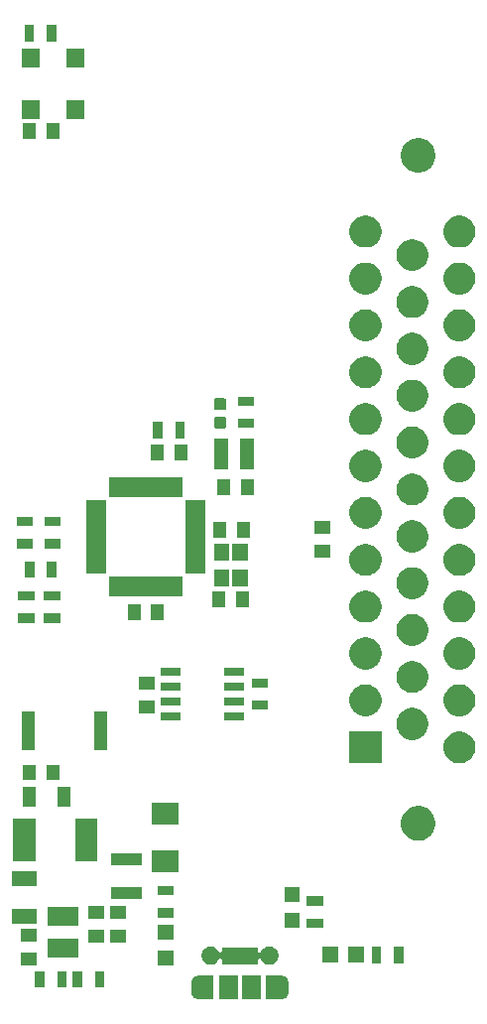
<source format=gbr>
G04 #@! TF.GenerationSoftware,KiCad,Pcbnew,5.0.0-fee4fd1~66~ubuntu16.04.1*
G04 #@! TF.CreationDate,2019-03-17T00:35:17-04:00*
G04 #@! TF.ProjectId,sensing_board,73656E73696E675F626F6172642E6B69,rev?*
G04 #@! TF.SameCoordinates,Original*
G04 #@! TF.FileFunction,Soldermask,Top*
G04 #@! TF.FilePolarity,Negative*
%FSLAX46Y46*%
G04 Gerber Fmt 4.6, Leading zero omitted, Abs format (unit mm)*
G04 Created by KiCad (PCBNEW 5.0.0-fee4fd1~66~ubuntu16.04.1) date Sun Mar 17 00:35:17 2019*
%MOMM*%
%LPD*%
G01*
G04 APERTURE LIST*
%ADD10C,0.100000*%
G04 APERTURE END LIST*
D10*
G36*
X197364422Y-135147478D02*
X197376674Y-135148080D01*
X198589560Y-135148080D01*
X198589560Y-137150080D01*
X197376674Y-137150080D01*
X197364422Y-137150682D01*
X197338560Y-137153229D01*
X197312698Y-137150682D01*
X197300446Y-137150080D01*
X197227153Y-137150080D01*
X197210395Y-137141123D01*
X197198852Y-137136993D01*
X197135678Y-137117829D01*
X197088227Y-137103435D01*
X196975136Y-137042986D01*
X196975134Y-137042985D01*
X196876007Y-136961633D01*
X196794655Y-136862505D01*
X196734206Y-136749413D01*
X196734205Y-136749412D01*
X196721797Y-136708506D01*
X196696980Y-136626697D01*
X196687560Y-136531052D01*
X196687560Y-135767107D01*
X196696980Y-135671462D01*
X196734205Y-135548748D01*
X196794656Y-135435654D01*
X196876008Y-135336527D01*
X196975135Y-135255175D01*
X197088229Y-135194725D01*
X197198855Y-135161167D01*
X197221484Y-135151794D01*
X197227042Y-135148080D01*
X197300446Y-135148080D01*
X197312698Y-135147478D01*
X197338560Y-135144931D01*
X197364422Y-135147478D01*
X197364422Y-135147478D01*
G37*
G36*
X204364422Y-135147478D02*
X204376674Y-135148080D01*
X204449965Y-135148080D01*
X204466725Y-135157038D01*
X204478255Y-135161164D01*
X204588891Y-135194725D01*
X204701985Y-135255175D01*
X204801113Y-135336527D01*
X204882465Y-135435654D01*
X204882466Y-135435656D01*
X204942915Y-135548747D01*
X204942916Y-135548750D01*
X204980140Y-135671462D01*
X204989560Y-135767107D01*
X204989560Y-136531053D01*
X204980140Y-136626698D01*
X204955323Y-136708507D01*
X204942915Y-136749413D01*
X204889379Y-136849571D01*
X204882465Y-136862506D01*
X204801113Y-136961633D01*
X204701986Y-137042985D01*
X204701984Y-137042986D01*
X204588893Y-137103435D01*
X204541442Y-137117829D01*
X204478271Y-137136992D01*
X204455636Y-137146368D01*
X204450080Y-137150080D01*
X204376674Y-137150080D01*
X204364422Y-137150682D01*
X204338560Y-137153229D01*
X204312698Y-137150682D01*
X204300446Y-137150080D01*
X203087560Y-137150080D01*
X203087560Y-135148080D01*
X204300446Y-135148080D01*
X204312698Y-135147478D01*
X204338560Y-135144931D01*
X204364422Y-135147478D01*
X204364422Y-135147478D01*
G37*
G36*
X200639560Y-137150080D02*
X199037560Y-137150080D01*
X199037560Y-135148080D01*
X200639560Y-135148080D01*
X200639560Y-137150080D01*
X200639560Y-137150080D01*
G37*
G36*
X202639560Y-137150080D02*
X201037560Y-137150080D01*
X201037560Y-135148080D01*
X202639560Y-135148080D01*
X202639560Y-137150080D01*
X202639560Y-137150080D01*
G37*
G36*
X186031000Y-136191000D02*
X185229000Y-136191000D01*
X185229000Y-134789000D01*
X186031000Y-134789000D01*
X186031000Y-136191000D01*
X186031000Y-136191000D01*
G37*
G36*
X187381000Y-136191000D02*
X186579000Y-136191000D01*
X186579000Y-134789000D01*
X187381000Y-134789000D01*
X187381000Y-136191000D01*
X187381000Y-136191000D01*
G37*
G36*
X189281000Y-136191000D02*
X188479000Y-136191000D01*
X188479000Y-134789000D01*
X189281000Y-134789000D01*
X189281000Y-136191000D01*
X189281000Y-136191000D01*
G37*
G36*
X184131000Y-136191000D02*
X183329000Y-136191000D01*
X183329000Y-134789000D01*
X184131000Y-134789000D01*
X184131000Y-136191000D01*
X184131000Y-136191000D01*
G37*
G36*
X195151000Y-134301000D02*
X193849000Y-134301000D01*
X193849000Y-132999000D01*
X195151000Y-132999000D01*
X195151000Y-134301000D01*
X195151000Y-134301000D01*
G37*
G36*
X183486000Y-134271000D02*
X182134000Y-134271000D01*
X182134000Y-133169000D01*
X183486000Y-133169000D01*
X183486000Y-134271000D01*
X183486000Y-134271000D01*
G37*
G36*
X198564909Y-132702900D02*
X198596903Y-132716153D01*
X198706134Y-132761397D01*
X198706135Y-132761398D01*
X198833234Y-132846323D01*
X198941317Y-132954406D01*
X198941319Y-132954409D01*
X199026243Y-133081506D01*
X199027261Y-133083964D01*
X199047075Y-133131800D01*
X199058627Y-133153411D01*
X199074172Y-133172353D01*
X199093114Y-133187898D01*
X199114725Y-133199449D01*
X199138174Y-133206562D01*
X199162560Y-133208964D01*
X199186947Y-133206562D01*
X199210396Y-133199449D01*
X199232007Y-133187897D01*
X199250949Y-133172352D01*
X199266494Y-133153410D01*
X199278045Y-133131799D01*
X199285158Y-133108350D01*
X199287560Y-133083964D01*
X199287560Y-132723080D01*
X202389560Y-132723080D01*
X202389560Y-133083964D01*
X202391962Y-133108350D01*
X202399075Y-133131799D01*
X202410626Y-133153410D01*
X202426172Y-133172352D01*
X202445114Y-133187898D01*
X202466725Y-133199449D01*
X202490174Y-133206562D01*
X202514560Y-133208964D01*
X202538946Y-133206562D01*
X202562395Y-133199449D01*
X202584006Y-133187898D01*
X202602948Y-133172352D01*
X202618494Y-133153410D01*
X202630045Y-133131800D01*
X202649859Y-133083964D01*
X202650877Y-133081506D01*
X202735801Y-132954409D01*
X202735803Y-132954406D01*
X202843886Y-132846323D01*
X202970985Y-132761398D01*
X202970986Y-132761397D01*
X203080217Y-132716153D01*
X203112211Y-132702900D01*
X203262129Y-132673080D01*
X203414991Y-132673080D01*
X203564909Y-132702900D01*
X203596903Y-132716153D01*
X203706134Y-132761397D01*
X203706135Y-132761398D01*
X203833234Y-132846323D01*
X203941317Y-132954406D01*
X203941319Y-132954409D01*
X204026243Y-133081506D01*
X204027261Y-133083964D01*
X204084740Y-133222731D01*
X204114560Y-133372649D01*
X204114560Y-133525511D01*
X204084740Y-133675429D01*
X204075096Y-133698711D01*
X204026243Y-133816654D01*
X204026242Y-133816655D01*
X203941317Y-133943754D01*
X203833234Y-134051837D01*
X203833231Y-134051839D01*
X203706134Y-134136763D01*
X203613628Y-134175080D01*
X203564909Y-134195260D01*
X203414991Y-134225080D01*
X203262129Y-134225080D01*
X203112211Y-134195260D01*
X203063492Y-134175080D01*
X202970986Y-134136763D01*
X202843889Y-134051839D01*
X202843886Y-134051837D01*
X202735803Y-133943754D01*
X202650878Y-133816655D01*
X202650877Y-133816654D01*
X202630044Y-133766358D01*
X202618493Y-133744749D01*
X202602948Y-133725807D01*
X202584006Y-133710262D01*
X202562395Y-133698711D01*
X202538946Y-133691598D01*
X202514560Y-133689196D01*
X202490173Y-133691598D01*
X202466724Y-133698711D01*
X202445113Y-133710263D01*
X202426171Y-133725808D01*
X202410626Y-133744750D01*
X202399075Y-133766361D01*
X202391962Y-133789810D01*
X202389560Y-133814196D01*
X202389560Y-134175080D01*
X199287560Y-134175080D01*
X199287560Y-133814196D01*
X199285158Y-133789810D01*
X199278045Y-133766361D01*
X199266494Y-133744750D01*
X199250948Y-133725808D01*
X199232006Y-133710262D01*
X199210395Y-133698711D01*
X199186946Y-133691598D01*
X199162560Y-133689196D01*
X199138174Y-133691598D01*
X199114725Y-133698711D01*
X199093114Y-133710262D01*
X199074172Y-133725808D01*
X199058626Y-133744750D01*
X199047076Y-133766358D01*
X199026243Y-133816654D01*
X199026242Y-133816655D01*
X198941317Y-133943754D01*
X198833234Y-134051837D01*
X198833231Y-134051839D01*
X198706134Y-134136763D01*
X198613628Y-134175080D01*
X198564909Y-134195260D01*
X198414991Y-134225080D01*
X198262129Y-134225080D01*
X198112211Y-134195260D01*
X198063492Y-134175080D01*
X197970986Y-134136763D01*
X197843889Y-134051839D01*
X197843886Y-134051837D01*
X197735803Y-133943754D01*
X197650878Y-133816655D01*
X197650877Y-133816654D01*
X197602024Y-133698711D01*
X197592380Y-133675429D01*
X197562560Y-133525511D01*
X197562560Y-133372649D01*
X197592380Y-133222731D01*
X197649859Y-133083964D01*
X197650877Y-133081506D01*
X197735801Y-132954409D01*
X197735803Y-132954406D01*
X197843886Y-132846323D01*
X197970985Y-132761398D01*
X197970986Y-132761397D01*
X198080217Y-132716153D01*
X198112211Y-132702900D01*
X198262129Y-132673080D01*
X198414991Y-132673080D01*
X198564909Y-132702900D01*
X198564909Y-132702900D01*
G37*
G36*
X214811000Y-134091000D02*
X214009000Y-134091000D01*
X214009000Y-132689000D01*
X214811000Y-132689000D01*
X214811000Y-134091000D01*
X214811000Y-134091000D01*
G37*
G36*
X212911000Y-134091000D02*
X212109000Y-134091000D01*
X212109000Y-132689000D01*
X212911000Y-132689000D01*
X212911000Y-134091000D01*
X212911000Y-134091000D01*
G37*
G36*
X211411000Y-134011000D02*
X210109000Y-134011000D01*
X210109000Y-132709000D01*
X211411000Y-132709000D01*
X211411000Y-134011000D01*
X211411000Y-134011000D01*
G37*
G36*
X209211000Y-134011000D02*
X207909000Y-134011000D01*
X207909000Y-132709000D01*
X209211000Y-132709000D01*
X209211000Y-134011000D01*
X209211000Y-134011000D01*
G37*
G36*
X187033020Y-133628540D02*
X184381020Y-133628540D01*
X184381020Y-131966540D01*
X187033020Y-131966540D01*
X187033020Y-133628540D01*
X187033020Y-133628540D01*
G37*
G36*
X191145520Y-132351600D02*
X189793520Y-132351600D01*
X189793520Y-131249600D01*
X191145520Y-131249600D01*
X191145520Y-132351600D01*
X191145520Y-132351600D01*
G37*
G36*
X189248140Y-132340680D02*
X187896140Y-132340680D01*
X187896140Y-131238680D01*
X189248140Y-131238680D01*
X189248140Y-132340680D01*
X189248140Y-132340680D01*
G37*
G36*
X183486000Y-132271000D02*
X182134000Y-132271000D01*
X182134000Y-131169000D01*
X183486000Y-131169000D01*
X183486000Y-132271000D01*
X183486000Y-132271000D01*
G37*
G36*
X195151000Y-132101000D02*
X193849000Y-132101000D01*
X193849000Y-130799000D01*
X195151000Y-130799000D01*
X195151000Y-132101000D01*
X195151000Y-132101000D01*
G37*
G36*
X205921000Y-131091000D02*
X204619000Y-131091000D01*
X204619000Y-129789000D01*
X205921000Y-129789000D01*
X205921000Y-131091000D01*
X205921000Y-131091000D01*
G37*
G36*
X207951000Y-131081000D02*
X206549000Y-131081000D01*
X206549000Y-130279000D01*
X207951000Y-130279000D01*
X207951000Y-131081000D01*
X207951000Y-131081000D01*
G37*
G36*
X187033020Y-130928540D02*
X184381020Y-130928540D01*
X184381020Y-129266540D01*
X187033020Y-129266540D01*
X187033020Y-130928540D01*
X187033020Y-130928540D01*
G37*
G36*
X183501000Y-130731000D02*
X181399000Y-130731000D01*
X181399000Y-129429000D01*
X183501000Y-129429000D01*
X183501000Y-130731000D01*
X183501000Y-130731000D01*
G37*
G36*
X191145520Y-130351600D02*
X189793520Y-130351600D01*
X189793520Y-129249600D01*
X191145520Y-129249600D01*
X191145520Y-130351600D01*
X191145520Y-130351600D01*
G37*
G36*
X189248140Y-130340680D02*
X187896140Y-130340680D01*
X187896140Y-129238680D01*
X189248140Y-129238680D01*
X189248140Y-130340680D01*
X189248140Y-130340680D01*
G37*
G36*
X195201000Y-130211000D02*
X193799000Y-130211000D01*
X193799000Y-129409000D01*
X195201000Y-129409000D01*
X195201000Y-130211000D01*
X195201000Y-130211000D01*
G37*
G36*
X207951000Y-129181000D02*
X206549000Y-129181000D01*
X206549000Y-128379000D01*
X207951000Y-128379000D01*
X207951000Y-129181000D01*
X207951000Y-129181000D01*
G37*
G36*
X205921000Y-128891000D02*
X204619000Y-128891000D01*
X204619000Y-127589000D01*
X205921000Y-127589000D01*
X205921000Y-128891000D01*
X205921000Y-128891000D01*
G37*
G36*
X192451000Y-128621000D02*
X189849000Y-128621000D01*
X189849000Y-127619000D01*
X192451000Y-127619000D01*
X192451000Y-128621000D01*
X192451000Y-128621000D01*
G37*
G36*
X195201000Y-128311000D02*
X193799000Y-128311000D01*
X193799000Y-127509000D01*
X195201000Y-127509000D01*
X195201000Y-128311000D01*
X195201000Y-128311000D01*
G37*
G36*
X183501000Y-127531000D02*
X181399000Y-127531000D01*
X181399000Y-126229000D01*
X183501000Y-126229000D01*
X183501000Y-127531000D01*
X183501000Y-127531000D01*
G37*
G36*
X195560500Y-126370000D02*
X193299500Y-126370000D01*
X193299500Y-124490000D01*
X195560500Y-124490000D01*
X195560500Y-126370000D01*
X195560500Y-126370000D01*
G37*
G36*
X192451000Y-125721000D02*
X189849000Y-125721000D01*
X189849000Y-124719000D01*
X192451000Y-124719000D01*
X192451000Y-125721000D01*
X192451000Y-125721000D01*
G37*
G36*
X183379040Y-125377080D02*
X181497040Y-125377080D01*
X181497040Y-121775080D01*
X183379040Y-121775080D01*
X183379040Y-125377080D01*
X183379040Y-125377080D01*
G37*
G36*
X188659040Y-125377080D02*
X186777040Y-125377080D01*
X186777040Y-121775080D01*
X188659040Y-121775080D01*
X188659040Y-125377080D01*
X188659040Y-125377080D01*
G37*
G36*
X216492211Y-120747241D02*
X216760829Y-120858506D01*
X217002578Y-121020038D01*
X217208162Y-121225622D01*
X217369694Y-121467371D01*
X217480959Y-121735989D01*
X217537680Y-122021145D01*
X217537680Y-122311895D01*
X217480959Y-122597051D01*
X217369694Y-122865669D01*
X217208162Y-123107418D01*
X217002578Y-123313002D01*
X216760829Y-123474534D01*
X216492211Y-123585799D01*
X216207055Y-123642520D01*
X215916305Y-123642520D01*
X215631149Y-123585799D01*
X215362531Y-123474534D01*
X215120782Y-123313002D01*
X214915198Y-123107418D01*
X214753666Y-122865669D01*
X214642401Y-122597051D01*
X214585680Y-122311895D01*
X214585680Y-122021145D01*
X214642401Y-121735989D01*
X214753666Y-121467371D01*
X214915198Y-121225622D01*
X215120782Y-121020038D01*
X215362531Y-120858506D01*
X215631149Y-120747241D01*
X215916305Y-120690520D01*
X216207055Y-120690520D01*
X216492211Y-120747241D01*
X216492211Y-120747241D01*
G37*
G36*
X195560500Y-122306000D02*
X193299500Y-122306000D01*
X193299500Y-120426000D01*
X195560500Y-120426000D01*
X195560500Y-122306000D01*
X195560500Y-122306000D01*
G37*
G36*
X186388960Y-120713600D02*
X185286960Y-120713600D01*
X185286960Y-119011600D01*
X186388960Y-119011600D01*
X186388960Y-120713600D01*
X186388960Y-120713600D01*
G37*
G36*
X183388960Y-120713600D02*
X182286960Y-120713600D01*
X182286960Y-119011600D01*
X183388960Y-119011600D01*
X183388960Y-120713600D01*
X183388960Y-120713600D01*
G37*
G36*
X185401000Y-118496000D02*
X184299000Y-118496000D01*
X184299000Y-117144000D01*
X185401000Y-117144000D01*
X185401000Y-118496000D01*
X185401000Y-118496000D01*
G37*
G36*
X183401000Y-118496000D02*
X182299000Y-118496000D01*
X182299000Y-117144000D01*
X183401000Y-117144000D01*
X183401000Y-118496000D01*
X183401000Y-118496000D01*
G37*
G36*
X219959395Y-114355418D02*
X219959397Y-114355419D01*
X219959398Y-114355419D01*
X220207539Y-114458202D01*
X220207540Y-114458203D01*
X220430863Y-114607423D01*
X220620777Y-114797337D01*
X220620779Y-114797340D01*
X220769998Y-115020661D01*
X220872781Y-115268802D01*
X220872782Y-115268805D01*
X220925180Y-115532226D01*
X220925180Y-115800814D01*
X220896822Y-115943380D01*
X220872781Y-116064238D01*
X220769998Y-116312379D01*
X220769997Y-116312380D01*
X220620777Y-116535703D01*
X220430863Y-116725617D01*
X220430860Y-116725619D01*
X220207539Y-116874838D01*
X219959398Y-116977621D01*
X219959397Y-116977621D01*
X219959395Y-116977622D01*
X219695974Y-117030020D01*
X219427386Y-117030020D01*
X219163965Y-116977622D01*
X219163963Y-116977621D01*
X219163962Y-116977621D01*
X218915821Y-116874838D01*
X218692500Y-116725619D01*
X218692497Y-116725617D01*
X218502583Y-116535703D01*
X218353363Y-116312380D01*
X218353362Y-116312379D01*
X218250579Y-116064238D01*
X218226539Y-115943380D01*
X218198180Y-115800814D01*
X218198180Y-115532226D01*
X218250578Y-115268805D01*
X218250579Y-115268802D01*
X218353362Y-115020661D01*
X218502581Y-114797340D01*
X218502583Y-114797337D01*
X218692497Y-114607423D01*
X218915820Y-114458203D01*
X218915821Y-114458202D01*
X219163962Y-114355419D01*
X219163963Y-114355419D01*
X219163965Y-114355418D01*
X219427386Y-114303020D01*
X219695974Y-114303020D01*
X219959395Y-114355418D01*
X219959395Y-114355418D01*
G37*
G36*
X212925180Y-117030020D02*
X210198180Y-117030020D01*
X210198180Y-114303020D01*
X212925180Y-114303020D01*
X212925180Y-117030020D01*
X212925180Y-117030020D01*
G37*
G36*
X189502800Y-115943380D02*
X188400800Y-115943380D01*
X188400800Y-112641380D01*
X189502800Y-112641380D01*
X189502800Y-115943380D01*
X189502800Y-115943380D01*
G37*
G36*
X183302800Y-115943380D02*
X182200800Y-115943380D01*
X182200800Y-112641380D01*
X183302800Y-112641380D01*
X183302800Y-115943380D01*
X183302800Y-115943380D01*
G37*
G36*
X215959395Y-112355418D02*
X215959397Y-112355419D01*
X215959398Y-112355419D01*
X216207539Y-112458202D01*
X216207540Y-112458203D01*
X216430863Y-112607423D01*
X216620777Y-112797337D01*
X216620779Y-112797340D01*
X216769998Y-113020661D01*
X216872781Y-113268802D01*
X216925180Y-113532227D01*
X216925180Y-113800813D01*
X216872781Y-114064238D01*
X216769998Y-114312379D01*
X216769997Y-114312380D01*
X216620777Y-114535703D01*
X216430863Y-114725617D01*
X216430860Y-114725619D01*
X216207539Y-114874838D01*
X215959398Y-114977621D01*
X215959397Y-114977621D01*
X215959395Y-114977622D01*
X215695974Y-115030020D01*
X215427386Y-115030020D01*
X215163965Y-114977622D01*
X215163963Y-114977621D01*
X215163962Y-114977621D01*
X214915821Y-114874838D01*
X214692500Y-114725619D01*
X214692497Y-114725617D01*
X214502583Y-114535703D01*
X214353363Y-114312380D01*
X214353362Y-114312379D01*
X214250579Y-114064238D01*
X214198180Y-113800813D01*
X214198180Y-113532227D01*
X214250579Y-113268802D01*
X214353362Y-113020661D01*
X214502581Y-112797340D01*
X214502583Y-112797337D01*
X214692497Y-112607423D01*
X214915820Y-112458203D01*
X214915821Y-112458202D01*
X215163962Y-112355419D01*
X215163963Y-112355419D01*
X215163965Y-112355418D01*
X215427386Y-112303020D01*
X215695974Y-112303020D01*
X215959395Y-112355418D01*
X215959395Y-112355418D01*
G37*
G36*
X201166400Y-113395600D02*
X199514400Y-113395600D01*
X199514400Y-112693600D01*
X201166400Y-112693600D01*
X201166400Y-113395600D01*
X201166400Y-113395600D01*
G37*
G36*
X195766400Y-113395600D02*
X194114400Y-113395600D01*
X194114400Y-112693600D01*
X195766400Y-112693600D01*
X195766400Y-113395600D01*
X195766400Y-113395600D01*
G37*
G36*
X211959395Y-110355418D02*
X211959397Y-110355419D01*
X211959398Y-110355419D01*
X212207539Y-110458202D01*
X212207540Y-110458203D01*
X212430863Y-110607423D01*
X212620777Y-110797337D01*
X212620779Y-110797340D01*
X212769998Y-111020661D01*
X212872781Y-111268802D01*
X212925180Y-111532227D01*
X212925180Y-111800813D01*
X212872781Y-112064238D01*
X212769998Y-112312379D01*
X212769997Y-112312380D01*
X212620777Y-112535703D01*
X212430863Y-112725617D01*
X212430860Y-112725619D01*
X212207539Y-112874838D01*
X211959398Y-112977621D01*
X211959397Y-112977621D01*
X211959395Y-112977622D01*
X211695974Y-113030020D01*
X211427386Y-113030020D01*
X211163965Y-112977622D01*
X211163963Y-112977621D01*
X211163962Y-112977621D01*
X210915821Y-112874838D01*
X210692500Y-112725619D01*
X210692497Y-112725617D01*
X210502583Y-112535703D01*
X210353363Y-112312380D01*
X210353362Y-112312379D01*
X210250579Y-112064238D01*
X210198180Y-111800813D01*
X210198180Y-111532227D01*
X210250579Y-111268802D01*
X210353362Y-111020661D01*
X210502581Y-110797340D01*
X210502583Y-110797337D01*
X210692497Y-110607423D01*
X210915820Y-110458203D01*
X210915821Y-110458202D01*
X211163962Y-110355419D01*
X211163963Y-110355419D01*
X211163965Y-110355418D01*
X211427386Y-110303020D01*
X211695974Y-110303020D01*
X211959395Y-110355418D01*
X211959395Y-110355418D01*
G37*
G36*
X219959395Y-110355418D02*
X219959397Y-110355419D01*
X219959398Y-110355419D01*
X220207539Y-110458202D01*
X220207540Y-110458203D01*
X220430863Y-110607423D01*
X220620777Y-110797337D01*
X220620779Y-110797340D01*
X220769998Y-111020661D01*
X220872781Y-111268802D01*
X220925180Y-111532227D01*
X220925180Y-111800813D01*
X220872781Y-112064238D01*
X220769998Y-112312379D01*
X220769997Y-112312380D01*
X220620777Y-112535703D01*
X220430863Y-112725617D01*
X220430860Y-112725619D01*
X220207539Y-112874838D01*
X219959398Y-112977621D01*
X219959397Y-112977621D01*
X219959395Y-112977622D01*
X219695974Y-113030020D01*
X219427386Y-113030020D01*
X219163965Y-112977622D01*
X219163963Y-112977621D01*
X219163962Y-112977621D01*
X218915821Y-112874838D01*
X218692500Y-112725619D01*
X218692497Y-112725617D01*
X218502583Y-112535703D01*
X218353363Y-112312380D01*
X218353362Y-112312379D01*
X218250579Y-112064238D01*
X218198180Y-111800813D01*
X218198180Y-111532227D01*
X218250579Y-111268802D01*
X218353362Y-111020661D01*
X218502581Y-110797340D01*
X218502583Y-110797337D01*
X218692497Y-110607423D01*
X218915820Y-110458203D01*
X218915821Y-110458202D01*
X219163962Y-110355419D01*
X219163963Y-110355419D01*
X219163965Y-110355418D01*
X219427386Y-110303020D01*
X219695974Y-110303020D01*
X219959395Y-110355418D01*
X219959395Y-110355418D01*
G37*
G36*
X193526000Y-112771000D02*
X192174000Y-112771000D01*
X192174000Y-111669000D01*
X193526000Y-111669000D01*
X193526000Y-112771000D01*
X193526000Y-112771000D01*
G37*
G36*
X203248680Y-112480440D02*
X201846680Y-112480440D01*
X201846680Y-111678440D01*
X203248680Y-111678440D01*
X203248680Y-112480440D01*
X203248680Y-112480440D01*
G37*
G36*
X195766400Y-112125600D02*
X194114400Y-112125600D01*
X194114400Y-111423600D01*
X195766400Y-111423600D01*
X195766400Y-112125600D01*
X195766400Y-112125600D01*
G37*
G36*
X201166400Y-112125600D02*
X199514400Y-112125600D01*
X199514400Y-111423600D01*
X201166400Y-111423600D01*
X201166400Y-112125600D01*
X201166400Y-112125600D01*
G37*
G36*
X215959395Y-108355418D02*
X215959397Y-108355419D01*
X215959398Y-108355419D01*
X216207539Y-108458202D01*
X216207540Y-108458203D01*
X216430863Y-108607423D01*
X216620777Y-108797337D01*
X216620779Y-108797340D01*
X216769998Y-109020661D01*
X216872781Y-109268802D01*
X216925180Y-109532227D01*
X216925180Y-109800813D01*
X216872781Y-110064238D01*
X216769998Y-110312379D01*
X216769997Y-110312380D01*
X216620777Y-110535703D01*
X216430863Y-110725617D01*
X216430860Y-110725619D01*
X216207539Y-110874838D01*
X215959398Y-110977621D01*
X215959397Y-110977621D01*
X215959395Y-110977622D01*
X215695974Y-111030020D01*
X215427386Y-111030020D01*
X215163965Y-110977622D01*
X215163963Y-110977621D01*
X215163962Y-110977621D01*
X214915821Y-110874838D01*
X214692500Y-110725619D01*
X214692497Y-110725617D01*
X214502583Y-110535703D01*
X214353363Y-110312380D01*
X214353362Y-110312379D01*
X214250579Y-110064238D01*
X214198180Y-109800813D01*
X214198180Y-109532227D01*
X214250579Y-109268802D01*
X214353362Y-109020661D01*
X214502581Y-108797340D01*
X214502583Y-108797337D01*
X214692497Y-108607423D01*
X214915820Y-108458203D01*
X214915821Y-108458202D01*
X215163962Y-108355419D01*
X215163963Y-108355419D01*
X215163965Y-108355418D01*
X215427386Y-108303020D01*
X215695974Y-108303020D01*
X215959395Y-108355418D01*
X215959395Y-108355418D01*
G37*
G36*
X195766400Y-110855600D02*
X194114400Y-110855600D01*
X194114400Y-110153600D01*
X195766400Y-110153600D01*
X195766400Y-110855600D01*
X195766400Y-110855600D01*
G37*
G36*
X201166400Y-110855600D02*
X199514400Y-110855600D01*
X199514400Y-110153600D01*
X201166400Y-110153600D01*
X201166400Y-110855600D01*
X201166400Y-110855600D01*
G37*
G36*
X193526000Y-110771000D02*
X192174000Y-110771000D01*
X192174000Y-109669000D01*
X193526000Y-109669000D01*
X193526000Y-110771000D01*
X193526000Y-110771000D01*
G37*
G36*
X203248680Y-110580440D02*
X201846680Y-110580440D01*
X201846680Y-109778440D01*
X203248680Y-109778440D01*
X203248680Y-110580440D01*
X203248680Y-110580440D01*
G37*
G36*
X195766400Y-109585600D02*
X194114400Y-109585600D01*
X194114400Y-108883600D01*
X195766400Y-108883600D01*
X195766400Y-109585600D01*
X195766400Y-109585600D01*
G37*
G36*
X201166400Y-109585600D02*
X199514400Y-109585600D01*
X199514400Y-108883600D01*
X201166400Y-108883600D01*
X201166400Y-109585600D01*
X201166400Y-109585600D01*
G37*
G36*
X219959395Y-106355418D02*
X219959397Y-106355419D01*
X219959398Y-106355419D01*
X220207539Y-106458202D01*
X220207540Y-106458203D01*
X220430863Y-106607423D01*
X220620777Y-106797337D01*
X220620779Y-106797340D01*
X220769998Y-107020661D01*
X220872781Y-107268802D01*
X220925180Y-107532227D01*
X220925180Y-107800813D01*
X220872781Y-108064238D01*
X220769998Y-108312379D01*
X220769997Y-108312380D01*
X220620777Y-108535703D01*
X220430863Y-108725617D01*
X220430860Y-108725619D01*
X220207539Y-108874838D01*
X219959398Y-108977621D01*
X219959397Y-108977621D01*
X219959395Y-108977622D01*
X219695974Y-109030020D01*
X219427386Y-109030020D01*
X219163965Y-108977622D01*
X219163963Y-108977621D01*
X219163962Y-108977621D01*
X218915821Y-108874838D01*
X218692500Y-108725619D01*
X218692497Y-108725617D01*
X218502583Y-108535703D01*
X218353363Y-108312380D01*
X218353362Y-108312379D01*
X218250579Y-108064238D01*
X218198180Y-107800813D01*
X218198180Y-107532227D01*
X218250579Y-107268802D01*
X218353362Y-107020661D01*
X218502581Y-106797340D01*
X218502583Y-106797337D01*
X218692497Y-106607423D01*
X218915820Y-106458203D01*
X218915821Y-106458202D01*
X219163962Y-106355419D01*
X219163963Y-106355419D01*
X219163965Y-106355418D01*
X219427386Y-106303020D01*
X219695974Y-106303020D01*
X219959395Y-106355418D01*
X219959395Y-106355418D01*
G37*
G36*
X211959395Y-106355418D02*
X211959397Y-106355419D01*
X211959398Y-106355419D01*
X212207539Y-106458202D01*
X212207540Y-106458203D01*
X212430863Y-106607423D01*
X212620777Y-106797337D01*
X212620779Y-106797340D01*
X212769998Y-107020661D01*
X212872781Y-107268802D01*
X212925180Y-107532227D01*
X212925180Y-107800813D01*
X212872781Y-108064238D01*
X212769998Y-108312379D01*
X212769997Y-108312380D01*
X212620777Y-108535703D01*
X212430863Y-108725617D01*
X212430860Y-108725619D01*
X212207539Y-108874838D01*
X211959398Y-108977621D01*
X211959397Y-108977621D01*
X211959395Y-108977622D01*
X211695974Y-109030020D01*
X211427386Y-109030020D01*
X211163965Y-108977622D01*
X211163963Y-108977621D01*
X211163962Y-108977621D01*
X210915821Y-108874838D01*
X210692500Y-108725619D01*
X210692497Y-108725617D01*
X210502583Y-108535703D01*
X210353363Y-108312380D01*
X210353362Y-108312379D01*
X210250579Y-108064238D01*
X210198180Y-107800813D01*
X210198180Y-107532227D01*
X210250579Y-107268802D01*
X210353362Y-107020661D01*
X210502581Y-106797340D01*
X210502583Y-106797337D01*
X210692497Y-106607423D01*
X210915820Y-106458203D01*
X210915821Y-106458202D01*
X211163962Y-106355419D01*
X211163963Y-106355419D01*
X211163965Y-106355418D01*
X211427386Y-106303020D01*
X211695974Y-106303020D01*
X211959395Y-106355418D01*
X211959395Y-106355418D01*
G37*
G36*
X215959395Y-104355418D02*
X215959397Y-104355419D01*
X215959398Y-104355419D01*
X216207539Y-104458202D01*
X216207540Y-104458203D01*
X216430863Y-104607423D01*
X216620777Y-104797337D01*
X216620779Y-104797340D01*
X216769998Y-105020661D01*
X216872781Y-105268802D01*
X216925180Y-105532227D01*
X216925180Y-105800813D01*
X216872781Y-106064238D01*
X216769998Y-106312379D01*
X216769997Y-106312380D01*
X216620777Y-106535703D01*
X216430863Y-106725617D01*
X216430860Y-106725619D01*
X216207539Y-106874838D01*
X215959398Y-106977621D01*
X215959397Y-106977621D01*
X215959395Y-106977622D01*
X215695974Y-107030020D01*
X215427386Y-107030020D01*
X215163965Y-106977622D01*
X215163963Y-106977621D01*
X215163962Y-106977621D01*
X214915821Y-106874838D01*
X214692500Y-106725619D01*
X214692497Y-106725617D01*
X214502583Y-106535703D01*
X214353363Y-106312380D01*
X214353362Y-106312379D01*
X214250579Y-106064238D01*
X214198180Y-105800813D01*
X214198180Y-105532227D01*
X214250579Y-105268802D01*
X214353362Y-105020661D01*
X214502581Y-104797340D01*
X214502583Y-104797337D01*
X214692497Y-104607423D01*
X214915820Y-104458203D01*
X214915821Y-104458202D01*
X215163962Y-104355419D01*
X215163963Y-104355419D01*
X215163965Y-104355418D01*
X215427386Y-104303020D01*
X215695974Y-104303020D01*
X215959395Y-104355418D01*
X215959395Y-104355418D01*
G37*
G36*
X185511000Y-105071000D02*
X184109000Y-105071000D01*
X184109000Y-104269000D01*
X185511000Y-104269000D01*
X185511000Y-105071000D01*
X185511000Y-105071000D01*
G37*
G36*
X183311000Y-105071000D02*
X181909000Y-105071000D01*
X181909000Y-104269000D01*
X183311000Y-104269000D01*
X183311000Y-105071000D01*
X183311000Y-105071000D01*
G37*
G36*
X219959395Y-102355418D02*
X219959397Y-102355419D01*
X219959398Y-102355419D01*
X220207539Y-102458202D01*
X220207540Y-102458203D01*
X220430863Y-102607423D01*
X220620777Y-102797337D01*
X220620779Y-102797340D01*
X220769998Y-103020661D01*
X220872781Y-103268802D01*
X220925180Y-103532227D01*
X220925180Y-103800813D01*
X220872781Y-104064238D01*
X220769998Y-104312379D01*
X220769997Y-104312380D01*
X220620777Y-104535703D01*
X220430863Y-104725617D01*
X220430860Y-104725619D01*
X220207539Y-104874838D01*
X219959398Y-104977621D01*
X219959397Y-104977621D01*
X219959395Y-104977622D01*
X219695974Y-105030020D01*
X219427386Y-105030020D01*
X219163965Y-104977622D01*
X219163963Y-104977621D01*
X219163962Y-104977621D01*
X218915821Y-104874838D01*
X218692500Y-104725619D01*
X218692497Y-104725617D01*
X218502583Y-104535703D01*
X218353363Y-104312380D01*
X218353362Y-104312379D01*
X218250579Y-104064238D01*
X218198180Y-103800813D01*
X218198180Y-103532227D01*
X218250579Y-103268802D01*
X218353362Y-103020661D01*
X218502581Y-102797340D01*
X218502583Y-102797337D01*
X218692497Y-102607423D01*
X218915820Y-102458203D01*
X218915821Y-102458202D01*
X219163962Y-102355419D01*
X219163963Y-102355419D01*
X219163965Y-102355418D01*
X219427386Y-102303020D01*
X219695974Y-102303020D01*
X219959395Y-102355418D01*
X219959395Y-102355418D01*
G37*
G36*
X211959395Y-102355418D02*
X211959397Y-102355419D01*
X211959398Y-102355419D01*
X212207539Y-102458202D01*
X212207540Y-102458203D01*
X212430863Y-102607423D01*
X212620777Y-102797337D01*
X212620779Y-102797340D01*
X212769998Y-103020661D01*
X212872781Y-103268802D01*
X212925180Y-103532227D01*
X212925180Y-103800813D01*
X212872781Y-104064238D01*
X212769998Y-104312379D01*
X212769997Y-104312380D01*
X212620777Y-104535703D01*
X212430863Y-104725617D01*
X212430860Y-104725619D01*
X212207539Y-104874838D01*
X211959398Y-104977621D01*
X211959397Y-104977621D01*
X211959395Y-104977622D01*
X211695974Y-105030020D01*
X211427386Y-105030020D01*
X211163965Y-104977622D01*
X211163963Y-104977621D01*
X211163962Y-104977621D01*
X210915821Y-104874838D01*
X210692500Y-104725619D01*
X210692497Y-104725617D01*
X210502583Y-104535703D01*
X210353363Y-104312380D01*
X210353362Y-104312379D01*
X210250579Y-104064238D01*
X210198180Y-103800813D01*
X210198180Y-103532227D01*
X210250579Y-103268802D01*
X210353362Y-103020661D01*
X210502581Y-102797340D01*
X210502583Y-102797337D01*
X210692497Y-102607423D01*
X210915820Y-102458203D01*
X210915821Y-102458202D01*
X211163962Y-102355419D01*
X211163963Y-102355419D01*
X211163965Y-102355418D01*
X211427386Y-102303020D01*
X211695974Y-102303020D01*
X211959395Y-102355418D01*
X211959395Y-102355418D01*
G37*
G36*
X192362760Y-104835200D02*
X191260760Y-104835200D01*
X191260760Y-103483200D01*
X192362760Y-103483200D01*
X192362760Y-104835200D01*
X192362760Y-104835200D01*
G37*
G36*
X194362760Y-104835200D02*
X193260760Y-104835200D01*
X193260760Y-103483200D01*
X194362760Y-103483200D01*
X194362760Y-104835200D01*
X194362760Y-104835200D01*
G37*
G36*
X199601000Y-103716000D02*
X198499000Y-103716000D01*
X198499000Y-102364000D01*
X199601000Y-102364000D01*
X199601000Y-103716000D01*
X199601000Y-103716000D01*
G37*
G36*
X201601000Y-103716000D02*
X200499000Y-103716000D01*
X200499000Y-102364000D01*
X201601000Y-102364000D01*
X201601000Y-103716000D01*
X201601000Y-103716000D01*
G37*
G36*
X185511000Y-103171000D02*
X184109000Y-103171000D01*
X184109000Y-102369000D01*
X185511000Y-102369000D01*
X185511000Y-103171000D01*
X185511000Y-103171000D01*
G37*
G36*
X183311000Y-103171000D02*
X181909000Y-103171000D01*
X181909000Y-102369000D01*
X183311000Y-102369000D01*
X183311000Y-103171000D01*
X183311000Y-103171000D01*
G37*
G36*
X215959395Y-100355418D02*
X215959397Y-100355419D01*
X215959398Y-100355419D01*
X216207539Y-100458202D01*
X216207540Y-100458203D01*
X216430863Y-100607423D01*
X216620777Y-100797337D01*
X216620779Y-100797340D01*
X216769998Y-101020661D01*
X216872781Y-101268802D01*
X216925180Y-101532227D01*
X216925180Y-101800813D01*
X216872781Y-102064238D01*
X216769998Y-102312379D01*
X216769997Y-102312380D01*
X216620777Y-102535703D01*
X216430863Y-102725617D01*
X216430860Y-102725619D01*
X216207539Y-102874838D01*
X215959398Y-102977621D01*
X215959397Y-102977621D01*
X215959395Y-102977622D01*
X215695974Y-103030020D01*
X215427386Y-103030020D01*
X215163965Y-102977622D01*
X215163963Y-102977621D01*
X215163962Y-102977621D01*
X214915821Y-102874838D01*
X214692500Y-102725619D01*
X214692497Y-102725617D01*
X214502583Y-102535703D01*
X214353363Y-102312380D01*
X214353362Y-102312379D01*
X214250579Y-102064238D01*
X214198180Y-101800813D01*
X214198180Y-101532227D01*
X214250579Y-101268802D01*
X214353362Y-101020661D01*
X214502581Y-100797340D01*
X214502583Y-100797337D01*
X214692497Y-100607423D01*
X214915820Y-100458203D01*
X214915821Y-100458202D01*
X215163962Y-100355419D01*
X215163963Y-100355419D01*
X215163965Y-100355418D01*
X215427386Y-100303020D01*
X215695974Y-100303020D01*
X215959395Y-100355418D01*
X215959395Y-100355418D01*
G37*
G36*
X195923280Y-102813680D02*
X189671280Y-102813680D01*
X189671280Y-101111680D01*
X195923280Y-101111680D01*
X195923280Y-102813680D01*
X195923280Y-102813680D01*
G37*
G36*
X201510240Y-101968880D02*
X200208240Y-101968880D01*
X200208240Y-100466880D01*
X201510240Y-100466880D01*
X201510240Y-101968880D01*
X201510240Y-101968880D01*
G37*
G36*
X199910240Y-101968880D02*
X198608240Y-101968880D01*
X198608240Y-100466880D01*
X199910240Y-100466880D01*
X199910240Y-101968880D01*
X199910240Y-101968880D01*
G37*
G36*
X185181000Y-101201000D02*
X184379000Y-101201000D01*
X184379000Y-99799000D01*
X185181000Y-99799000D01*
X185181000Y-101201000D01*
X185181000Y-101201000D01*
G37*
G36*
X183281000Y-101201000D02*
X182479000Y-101201000D01*
X182479000Y-99799000D01*
X183281000Y-99799000D01*
X183281000Y-101201000D01*
X183281000Y-101201000D01*
G37*
G36*
X211959395Y-98355418D02*
X211959397Y-98355419D01*
X211959398Y-98355419D01*
X212207539Y-98458202D01*
X212207540Y-98458203D01*
X212430863Y-98607423D01*
X212620777Y-98797337D01*
X212620779Y-98797340D01*
X212769998Y-99020661D01*
X212872781Y-99268802D01*
X212925180Y-99532227D01*
X212925180Y-99800813D01*
X212872781Y-100064238D01*
X212769998Y-100312379D01*
X212769997Y-100312380D01*
X212620777Y-100535703D01*
X212430863Y-100725617D01*
X212430860Y-100725619D01*
X212207539Y-100874838D01*
X211959398Y-100977621D01*
X211959397Y-100977621D01*
X211959395Y-100977622D01*
X211695974Y-101030020D01*
X211427386Y-101030020D01*
X211163965Y-100977622D01*
X211163963Y-100977621D01*
X211163962Y-100977621D01*
X210915821Y-100874838D01*
X210692500Y-100725619D01*
X210692497Y-100725617D01*
X210502583Y-100535703D01*
X210353363Y-100312380D01*
X210353362Y-100312379D01*
X210250579Y-100064238D01*
X210198180Y-99800813D01*
X210198180Y-99532227D01*
X210250579Y-99268802D01*
X210353362Y-99020661D01*
X210502581Y-98797340D01*
X210502583Y-98797337D01*
X210692497Y-98607423D01*
X210915820Y-98458203D01*
X210915821Y-98458202D01*
X211163962Y-98355419D01*
X211163963Y-98355419D01*
X211163965Y-98355418D01*
X211427386Y-98303020D01*
X211695974Y-98303020D01*
X211959395Y-98355418D01*
X211959395Y-98355418D01*
G37*
G36*
X219959395Y-98355418D02*
X219959397Y-98355419D01*
X219959398Y-98355419D01*
X220207539Y-98458202D01*
X220207540Y-98458203D01*
X220430863Y-98607423D01*
X220620777Y-98797337D01*
X220620779Y-98797340D01*
X220769998Y-99020661D01*
X220872781Y-99268802D01*
X220925180Y-99532227D01*
X220925180Y-99800813D01*
X220872781Y-100064238D01*
X220769998Y-100312379D01*
X220769997Y-100312380D01*
X220620777Y-100535703D01*
X220430863Y-100725617D01*
X220430860Y-100725619D01*
X220207539Y-100874838D01*
X219959398Y-100977621D01*
X219959397Y-100977621D01*
X219959395Y-100977622D01*
X219695974Y-101030020D01*
X219427386Y-101030020D01*
X219163965Y-100977622D01*
X219163963Y-100977621D01*
X219163962Y-100977621D01*
X218915821Y-100874838D01*
X218692500Y-100725619D01*
X218692497Y-100725617D01*
X218502583Y-100535703D01*
X218353363Y-100312380D01*
X218353362Y-100312379D01*
X218250579Y-100064238D01*
X218198180Y-99800813D01*
X218198180Y-99532227D01*
X218250579Y-99268802D01*
X218353362Y-99020661D01*
X218502581Y-98797340D01*
X218502583Y-98797337D01*
X218692497Y-98607423D01*
X218915820Y-98458203D01*
X218915821Y-98458202D01*
X219163962Y-98355419D01*
X219163963Y-98355419D01*
X219163965Y-98355418D01*
X219427386Y-98303020D01*
X219695974Y-98303020D01*
X219959395Y-98355418D01*
X219959395Y-98355418D01*
G37*
G36*
X197898280Y-100838680D02*
X196196280Y-100838680D01*
X196196280Y-94586680D01*
X197898280Y-94586680D01*
X197898280Y-100838680D01*
X197898280Y-100838680D01*
G37*
G36*
X189398280Y-100838680D02*
X187696280Y-100838680D01*
X187696280Y-94586680D01*
X189398280Y-94586680D01*
X189398280Y-100838680D01*
X189398280Y-100838680D01*
G37*
G36*
X199910240Y-99768880D02*
X198608240Y-99768880D01*
X198608240Y-98266880D01*
X199910240Y-98266880D01*
X199910240Y-99768880D01*
X199910240Y-99768880D01*
G37*
G36*
X201510240Y-99768880D02*
X200208240Y-99768880D01*
X200208240Y-98266880D01*
X201510240Y-98266880D01*
X201510240Y-99768880D01*
X201510240Y-99768880D01*
G37*
G36*
X208526000Y-99451000D02*
X207174000Y-99451000D01*
X207174000Y-98349000D01*
X208526000Y-98349000D01*
X208526000Y-99451000D01*
X208526000Y-99451000D01*
G37*
G36*
X215959395Y-96355418D02*
X215959397Y-96355419D01*
X215959398Y-96355419D01*
X216207539Y-96458202D01*
X216207540Y-96458203D01*
X216430863Y-96607423D01*
X216620777Y-96797337D01*
X216620779Y-96797340D01*
X216769998Y-97020661D01*
X216872781Y-97268802D01*
X216872782Y-97268805D01*
X216925180Y-97532226D01*
X216925180Y-97800814D01*
X216907639Y-97889000D01*
X216872781Y-98064238D01*
X216769998Y-98312379D01*
X216741240Y-98355418D01*
X216620777Y-98535703D01*
X216430863Y-98725617D01*
X216430860Y-98725619D01*
X216207539Y-98874838D01*
X215959398Y-98977621D01*
X215959397Y-98977621D01*
X215959395Y-98977622D01*
X215695974Y-99030020D01*
X215427386Y-99030020D01*
X215163965Y-98977622D01*
X215163963Y-98977621D01*
X215163962Y-98977621D01*
X214915821Y-98874838D01*
X214692500Y-98725619D01*
X214692497Y-98725617D01*
X214502583Y-98535703D01*
X214382120Y-98355418D01*
X214353362Y-98312379D01*
X214250579Y-98064238D01*
X214215722Y-97889000D01*
X214198180Y-97800814D01*
X214198180Y-97532226D01*
X214250578Y-97268805D01*
X214250579Y-97268802D01*
X214353362Y-97020661D01*
X214502581Y-96797340D01*
X214502583Y-96797337D01*
X214692497Y-96607423D01*
X214915820Y-96458203D01*
X214915821Y-96458202D01*
X215163962Y-96355419D01*
X215163963Y-96355419D01*
X215163965Y-96355418D01*
X215427386Y-96303020D01*
X215695974Y-96303020D01*
X215959395Y-96355418D01*
X215959395Y-96355418D01*
G37*
G36*
X183161000Y-98691000D02*
X181759000Y-98691000D01*
X181759000Y-97889000D01*
X183161000Y-97889000D01*
X183161000Y-98691000D01*
X183161000Y-98691000D01*
G37*
G36*
X185540920Y-98690960D02*
X184138920Y-98690960D01*
X184138920Y-97888960D01*
X185540920Y-97888960D01*
X185540920Y-98690960D01*
X185540920Y-98690960D01*
G37*
G36*
X199701000Y-97786000D02*
X198599000Y-97786000D01*
X198599000Y-96434000D01*
X199701000Y-96434000D01*
X199701000Y-97786000D01*
X199701000Y-97786000D01*
G37*
G36*
X201701000Y-97786000D02*
X200599000Y-97786000D01*
X200599000Y-96434000D01*
X201701000Y-96434000D01*
X201701000Y-97786000D01*
X201701000Y-97786000D01*
G37*
G36*
X208526000Y-97451000D02*
X207174000Y-97451000D01*
X207174000Y-96349000D01*
X208526000Y-96349000D01*
X208526000Y-97451000D01*
X208526000Y-97451000D01*
G37*
G36*
X219959395Y-94355418D02*
X219959397Y-94355419D01*
X219959398Y-94355419D01*
X220207539Y-94458202D01*
X220207540Y-94458203D01*
X220430863Y-94607423D01*
X220620777Y-94797337D01*
X220620779Y-94797340D01*
X220769998Y-95020661D01*
X220872781Y-95268802D01*
X220925180Y-95532227D01*
X220925180Y-95800813D01*
X220872781Y-96064238D01*
X220769998Y-96312379D01*
X220741240Y-96355418D01*
X220620777Y-96535703D01*
X220430863Y-96725617D01*
X220430860Y-96725619D01*
X220207539Y-96874838D01*
X219959398Y-96977621D01*
X219959397Y-96977621D01*
X219959395Y-96977622D01*
X219695974Y-97030020D01*
X219427386Y-97030020D01*
X219163965Y-96977622D01*
X219163963Y-96977621D01*
X219163962Y-96977621D01*
X218915821Y-96874838D01*
X218692500Y-96725619D01*
X218692497Y-96725617D01*
X218502583Y-96535703D01*
X218382120Y-96355418D01*
X218353362Y-96312379D01*
X218250579Y-96064238D01*
X218198180Y-95800813D01*
X218198180Y-95532227D01*
X218250579Y-95268802D01*
X218353362Y-95020661D01*
X218502581Y-94797340D01*
X218502583Y-94797337D01*
X218692497Y-94607423D01*
X218915820Y-94458203D01*
X218915821Y-94458202D01*
X219163962Y-94355419D01*
X219163963Y-94355419D01*
X219163965Y-94355418D01*
X219427386Y-94303020D01*
X219695974Y-94303020D01*
X219959395Y-94355418D01*
X219959395Y-94355418D01*
G37*
G36*
X211959395Y-94355418D02*
X211959397Y-94355419D01*
X211959398Y-94355419D01*
X212207539Y-94458202D01*
X212207540Y-94458203D01*
X212430863Y-94607423D01*
X212620777Y-94797337D01*
X212620779Y-94797340D01*
X212769998Y-95020661D01*
X212872781Y-95268802D01*
X212925180Y-95532227D01*
X212925180Y-95800813D01*
X212872781Y-96064238D01*
X212769998Y-96312379D01*
X212741240Y-96355418D01*
X212620777Y-96535703D01*
X212430863Y-96725617D01*
X212430860Y-96725619D01*
X212207539Y-96874838D01*
X211959398Y-96977621D01*
X211959397Y-96977621D01*
X211959395Y-96977622D01*
X211695974Y-97030020D01*
X211427386Y-97030020D01*
X211163965Y-96977622D01*
X211163963Y-96977621D01*
X211163962Y-96977621D01*
X210915821Y-96874838D01*
X210692500Y-96725619D01*
X210692497Y-96725617D01*
X210502583Y-96535703D01*
X210382120Y-96355418D01*
X210353362Y-96312379D01*
X210250579Y-96064238D01*
X210198180Y-95800813D01*
X210198180Y-95532227D01*
X210250579Y-95268802D01*
X210353362Y-95020661D01*
X210502581Y-94797340D01*
X210502583Y-94797337D01*
X210692497Y-94607423D01*
X210915820Y-94458203D01*
X210915821Y-94458202D01*
X211163962Y-94355419D01*
X211163963Y-94355419D01*
X211163965Y-94355418D01*
X211427386Y-94303020D01*
X211695974Y-94303020D01*
X211959395Y-94355418D01*
X211959395Y-94355418D01*
G37*
G36*
X183161000Y-96791000D02*
X181759000Y-96791000D01*
X181759000Y-95989000D01*
X183161000Y-95989000D01*
X183161000Y-96791000D01*
X183161000Y-96791000D01*
G37*
G36*
X185540920Y-96790960D02*
X184138920Y-96790960D01*
X184138920Y-95988960D01*
X185540920Y-95988960D01*
X185540920Y-96790960D01*
X185540920Y-96790960D01*
G37*
G36*
X215959395Y-92355418D02*
X215959397Y-92355419D01*
X215959398Y-92355419D01*
X216207539Y-92458202D01*
X216207540Y-92458203D01*
X216430863Y-92607423D01*
X216620777Y-92797337D01*
X216620779Y-92797340D01*
X216769998Y-93020661D01*
X216872781Y-93268802D01*
X216925180Y-93532227D01*
X216925180Y-93800813D01*
X216872781Y-94064238D01*
X216769998Y-94312379D01*
X216741240Y-94355418D01*
X216620777Y-94535703D01*
X216430863Y-94725617D01*
X216430860Y-94725619D01*
X216207539Y-94874838D01*
X215959398Y-94977621D01*
X215959397Y-94977621D01*
X215959395Y-94977622D01*
X215695974Y-95030020D01*
X215427386Y-95030020D01*
X215163965Y-94977622D01*
X215163963Y-94977621D01*
X215163962Y-94977621D01*
X214915821Y-94874838D01*
X214692500Y-94725619D01*
X214692497Y-94725617D01*
X214502583Y-94535703D01*
X214382120Y-94355418D01*
X214353362Y-94312379D01*
X214250579Y-94064238D01*
X214198180Y-93800813D01*
X214198180Y-93532227D01*
X214250579Y-93268802D01*
X214353362Y-93020661D01*
X214502581Y-92797340D01*
X214502583Y-92797337D01*
X214692497Y-92607423D01*
X214915820Y-92458203D01*
X214915821Y-92458202D01*
X215163962Y-92355419D01*
X215163963Y-92355419D01*
X215163965Y-92355418D01*
X215427386Y-92303020D01*
X215695974Y-92303020D01*
X215959395Y-92355418D01*
X215959395Y-92355418D01*
G37*
G36*
X195923280Y-94313680D02*
X189671280Y-94313680D01*
X189671280Y-92611680D01*
X195923280Y-92611680D01*
X195923280Y-94313680D01*
X195923280Y-94313680D01*
G37*
G36*
X202041000Y-94166000D02*
X200939000Y-94166000D01*
X200939000Y-92814000D01*
X202041000Y-92814000D01*
X202041000Y-94166000D01*
X202041000Y-94166000D01*
G37*
G36*
X200041000Y-94166000D02*
X198939000Y-94166000D01*
X198939000Y-92814000D01*
X200041000Y-92814000D01*
X200041000Y-94166000D01*
X200041000Y-94166000D01*
G37*
G36*
X211959395Y-90355418D02*
X211959397Y-90355419D01*
X211959398Y-90355419D01*
X212207539Y-90458202D01*
X212207540Y-90458203D01*
X212430863Y-90607423D01*
X212620777Y-90797337D01*
X212620779Y-90797340D01*
X212769998Y-91020661D01*
X212872781Y-91268802D01*
X212925180Y-91532227D01*
X212925180Y-91800813D01*
X212872781Y-92064238D01*
X212769998Y-92312379D01*
X212769997Y-92312380D01*
X212620777Y-92535703D01*
X212430863Y-92725617D01*
X212430860Y-92725619D01*
X212207539Y-92874838D01*
X211959398Y-92977621D01*
X211959397Y-92977621D01*
X211959395Y-92977622D01*
X211695974Y-93030020D01*
X211427386Y-93030020D01*
X211163965Y-92977622D01*
X211163963Y-92977621D01*
X211163962Y-92977621D01*
X210915821Y-92874838D01*
X210692500Y-92725619D01*
X210692497Y-92725617D01*
X210502583Y-92535703D01*
X210353363Y-92312380D01*
X210353362Y-92312379D01*
X210250579Y-92064238D01*
X210198180Y-91800813D01*
X210198180Y-91532227D01*
X210250579Y-91268802D01*
X210353362Y-91020661D01*
X210502581Y-90797340D01*
X210502583Y-90797337D01*
X210692497Y-90607423D01*
X210915820Y-90458203D01*
X210915821Y-90458202D01*
X211163962Y-90355419D01*
X211163963Y-90355419D01*
X211163965Y-90355418D01*
X211427386Y-90303020D01*
X211695974Y-90303020D01*
X211959395Y-90355418D01*
X211959395Y-90355418D01*
G37*
G36*
X219959395Y-90355418D02*
X219959397Y-90355419D01*
X219959398Y-90355419D01*
X220207539Y-90458202D01*
X220207540Y-90458203D01*
X220430863Y-90607423D01*
X220620777Y-90797337D01*
X220620779Y-90797340D01*
X220769998Y-91020661D01*
X220872781Y-91268802D01*
X220925180Y-91532227D01*
X220925180Y-91800813D01*
X220872781Y-92064238D01*
X220769998Y-92312379D01*
X220769997Y-92312380D01*
X220620777Y-92535703D01*
X220430863Y-92725617D01*
X220430860Y-92725619D01*
X220207539Y-92874838D01*
X219959398Y-92977621D01*
X219959397Y-92977621D01*
X219959395Y-92977622D01*
X219695974Y-93030020D01*
X219427386Y-93030020D01*
X219163965Y-92977622D01*
X219163963Y-92977621D01*
X219163962Y-92977621D01*
X218915821Y-92874838D01*
X218692500Y-92725619D01*
X218692497Y-92725617D01*
X218502583Y-92535703D01*
X218353363Y-92312380D01*
X218353362Y-92312379D01*
X218250579Y-92064238D01*
X218198180Y-91800813D01*
X218198180Y-91532227D01*
X218250579Y-91268802D01*
X218353362Y-91020661D01*
X218502581Y-90797340D01*
X218502583Y-90797337D01*
X218692497Y-90607423D01*
X218915820Y-90458203D01*
X218915821Y-90458202D01*
X219163962Y-90355419D01*
X219163963Y-90355419D01*
X219163965Y-90355418D01*
X219427386Y-90303020D01*
X219695974Y-90303020D01*
X219959395Y-90355418D01*
X219959395Y-90355418D01*
G37*
G36*
X202010600Y-91983600D02*
X200848600Y-91983600D01*
X200848600Y-89331600D01*
X202010600Y-89331600D01*
X202010600Y-91983600D01*
X202010600Y-91983600D01*
G37*
G36*
X199810600Y-91983600D02*
X198648600Y-91983600D01*
X198648600Y-89331600D01*
X199810600Y-89331600D01*
X199810600Y-91983600D01*
X199810600Y-91983600D01*
G37*
G36*
X196331000Y-91196000D02*
X195229000Y-91196000D01*
X195229000Y-89844000D01*
X196331000Y-89844000D01*
X196331000Y-91196000D01*
X196331000Y-91196000D01*
G37*
G36*
X194331000Y-91196000D02*
X193229000Y-91196000D01*
X193229000Y-89844000D01*
X194331000Y-89844000D01*
X194331000Y-91196000D01*
X194331000Y-91196000D01*
G37*
G36*
X215959395Y-88355418D02*
X215959397Y-88355419D01*
X215959398Y-88355419D01*
X216207539Y-88458202D01*
X216207540Y-88458203D01*
X216430863Y-88607423D01*
X216620777Y-88797337D01*
X216620779Y-88797340D01*
X216769998Y-89020661D01*
X216872781Y-89268802D01*
X216872782Y-89268805D01*
X216925180Y-89532226D01*
X216925180Y-89800814D01*
X216916590Y-89844000D01*
X216872781Y-90064238D01*
X216769998Y-90312379D01*
X216769997Y-90312380D01*
X216620777Y-90535703D01*
X216430863Y-90725617D01*
X216430860Y-90725619D01*
X216207539Y-90874838D01*
X215959398Y-90977621D01*
X215959397Y-90977621D01*
X215959395Y-90977622D01*
X215695974Y-91030020D01*
X215427386Y-91030020D01*
X215163965Y-90977622D01*
X215163963Y-90977621D01*
X215163962Y-90977621D01*
X214915821Y-90874838D01*
X214692500Y-90725619D01*
X214692497Y-90725617D01*
X214502583Y-90535703D01*
X214353363Y-90312380D01*
X214353362Y-90312379D01*
X214250579Y-90064238D01*
X214206771Y-89844000D01*
X214198180Y-89800814D01*
X214198180Y-89532226D01*
X214250578Y-89268805D01*
X214250579Y-89268802D01*
X214353362Y-89020661D01*
X214502581Y-88797340D01*
X214502583Y-88797337D01*
X214692497Y-88607423D01*
X214915820Y-88458203D01*
X214915821Y-88458202D01*
X215163962Y-88355419D01*
X215163963Y-88355419D01*
X215163965Y-88355418D01*
X215427386Y-88303020D01*
X215695974Y-88303020D01*
X215959395Y-88355418D01*
X215959395Y-88355418D01*
G37*
G36*
X194221000Y-89301000D02*
X193419000Y-89301000D01*
X193419000Y-87899000D01*
X194221000Y-87899000D01*
X194221000Y-89301000D01*
X194221000Y-89301000D01*
G37*
G36*
X196121000Y-89301000D02*
X195319000Y-89301000D01*
X195319000Y-87899000D01*
X196121000Y-87899000D01*
X196121000Y-89301000D01*
X196121000Y-89301000D01*
G37*
G36*
X219959395Y-86355418D02*
X219959397Y-86355419D01*
X219959398Y-86355419D01*
X220207539Y-86458202D01*
X220207540Y-86458203D01*
X220430863Y-86607423D01*
X220620777Y-86797337D01*
X220620779Y-86797340D01*
X220769998Y-87020661D01*
X220872781Y-87268802D01*
X220872782Y-87268805D01*
X220923277Y-87522661D01*
X220925180Y-87532227D01*
X220925180Y-87800813D01*
X220872781Y-88064238D01*
X220769998Y-88312379D01*
X220769997Y-88312380D01*
X220620777Y-88535703D01*
X220430863Y-88725617D01*
X220430860Y-88725619D01*
X220207539Y-88874838D01*
X219959398Y-88977621D01*
X219959397Y-88977621D01*
X219959395Y-88977622D01*
X219695974Y-89030020D01*
X219427386Y-89030020D01*
X219163965Y-88977622D01*
X219163963Y-88977621D01*
X219163962Y-88977621D01*
X218915821Y-88874838D01*
X218692500Y-88725619D01*
X218692497Y-88725617D01*
X218502583Y-88535703D01*
X218353363Y-88312380D01*
X218353362Y-88312379D01*
X218250579Y-88064238D01*
X218198180Y-87800813D01*
X218198180Y-87532227D01*
X218200083Y-87522661D01*
X218250578Y-87268805D01*
X218250579Y-87268802D01*
X218353362Y-87020661D01*
X218502581Y-86797340D01*
X218502583Y-86797337D01*
X218692497Y-86607423D01*
X218915820Y-86458203D01*
X218915821Y-86458202D01*
X219163962Y-86355419D01*
X219163963Y-86355419D01*
X219163965Y-86355418D01*
X219427386Y-86303020D01*
X219695974Y-86303020D01*
X219959395Y-86355418D01*
X219959395Y-86355418D01*
G37*
G36*
X211959395Y-86355418D02*
X211959397Y-86355419D01*
X211959398Y-86355419D01*
X212207539Y-86458202D01*
X212207540Y-86458203D01*
X212430863Y-86607423D01*
X212620777Y-86797337D01*
X212620779Y-86797340D01*
X212769998Y-87020661D01*
X212872781Y-87268802D01*
X212872782Y-87268805D01*
X212923277Y-87522661D01*
X212925180Y-87532227D01*
X212925180Y-87800813D01*
X212872781Y-88064238D01*
X212769998Y-88312379D01*
X212769997Y-88312380D01*
X212620777Y-88535703D01*
X212430863Y-88725617D01*
X212430860Y-88725619D01*
X212207539Y-88874838D01*
X211959398Y-88977621D01*
X211959397Y-88977621D01*
X211959395Y-88977622D01*
X211695974Y-89030020D01*
X211427386Y-89030020D01*
X211163965Y-88977622D01*
X211163963Y-88977621D01*
X211163962Y-88977621D01*
X210915821Y-88874838D01*
X210692500Y-88725619D01*
X210692497Y-88725617D01*
X210502583Y-88535703D01*
X210353363Y-88312380D01*
X210353362Y-88312379D01*
X210250579Y-88064238D01*
X210198180Y-87800813D01*
X210198180Y-87532227D01*
X210200083Y-87522661D01*
X210250578Y-87268805D01*
X210250579Y-87268802D01*
X210353362Y-87020661D01*
X210502581Y-86797340D01*
X210502583Y-86797337D01*
X210692497Y-86607423D01*
X210915820Y-86458203D01*
X210915821Y-86458202D01*
X211163962Y-86355419D01*
X211163963Y-86355419D01*
X211163965Y-86355418D01*
X211427386Y-86303020D01*
X211695974Y-86303020D01*
X211959395Y-86355418D01*
X211959395Y-86355418D01*
G37*
G36*
X199529591Y-87473085D02*
X199563569Y-87483393D01*
X199594887Y-87500133D01*
X199622339Y-87522661D01*
X199644867Y-87550113D01*
X199661607Y-87581431D01*
X199671915Y-87615409D01*
X199676000Y-87656890D01*
X199676000Y-88258110D01*
X199671915Y-88299591D01*
X199661607Y-88333569D01*
X199644867Y-88364887D01*
X199622339Y-88392339D01*
X199594887Y-88414867D01*
X199563569Y-88431607D01*
X199529591Y-88441915D01*
X199488110Y-88446000D01*
X198811890Y-88446000D01*
X198770409Y-88441915D01*
X198736431Y-88431607D01*
X198705113Y-88414867D01*
X198677661Y-88392339D01*
X198655133Y-88364887D01*
X198638393Y-88333569D01*
X198628085Y-88299591D01*
X198624000Y-88258110D01*
X198624000Y-87656890D01*
X198628085Y-87615409D01*
X198638393Y-87581431D01*
X198655133Y-87550113D01*
X198677661Y-87522661D01*
X198705113Y-87500133D01*
X198736431Y-87483393D01*
X198770409Y-87473085D01*
X198811890Y-87469000D01*
X199488110Y-87469000D01*
X199529591Y-87473085D01*
X199529591Y-87473085D01*
G37*
G36*
X202041000Y-88441000D02*
X200639000Y-88441000D01*
X200639000Y-87639000D01*
X202041000Y-87639000D01*
X202041000Y-88441000D01*
X202041000Y-88441000D01*
G37*
G36*
X215959395Y-84355418D02*
X215959397Y-84355419D01*
X215959398Y-84355419D01*
X216207539Y-84458202D01*
X216207540Y-84458203D01*
X216430863Y-84607423D01*
X216620777Y-84797337D01*
X216620779Y-84797340D01*
X216769998Y-85020661D01*
X216872781Y-85268802D01*
X216872782Y-85268805D01*
X216925180Y-85532226D01*
X216925180Y-85800814D01*
X216876652Y-86044780D01*
X216872781Y-86064238D01*
X216769998Y-86312379D01*
X216769997Y-86312380D01*
X216620777Y-86535703D01*
X216430863Y-86725617D01*
X216430860Y-86725619D01*
X216207539Y-86874838D01*
X215959398Y-86977621D01*
X215959397Y-86977621D01*
X215959395Y-86977622D01*
X215695974Y-87030020D01*
X215427386Y-87030020D01*
X215163965Y-86977622D01*
X215163963Y-86977621D01*
X215163962Y-86977621D01*
X214915821Y-86874838D01*
X214692500Y-86725619D01*
X214692497Y-86725617D01*
X214502583Y-86535703D01*
X214353363Y-86312380D01*
X214353362Y-86312379D01*
X214250579Y-86064238D01*
X214246709Y-86044780D01*
X214198180Y-85800814D01*
X214198180Y-85532226D01*
X214250578Y-85268805D01*
X214250579Y-85268802D01*
X214353362Y-85020661D01*
X214502581Y-84797340D01*
X214502583Y-84797337D01*
X214692497Y-84607423D01*
X214915820Y-84458203D01*
X214915821Y-84458202D01*
X215163962Y-84355419D01*
X215163963Y-84355419D01*
X215163965Y-84355418D01*
X215427386Y-84303020D01*
X215695974Y-84303020D01*
X215959395Y-84355418D01*
X215959395Y-84355418D01*
G37*
G36*
X199529591Y-85898085D02*
X199563569Y-85908393D01*
X199594887Y-85925133D01*
X199622339Y-85947661D01*
X199644867Y-85975113D01*
X199661607Y-86006431D01*
X199671915Y-86040409D01*
X199676000Y-86081890D01*
X199676000Y-86683110D01*
X199671915Y-86724591D01*
X199661607Y-86758569D01*
X199644867Y-86789887D01*
X199622339Y-86817339D01*
X199594887Y-86839867D01*
X199563569Y-86856607D01*
X199529591Y-86866915D01*
X199488110Y-86871000D01*
X198811890Y-86871000D01*
X198770409Y-86866915D01*
X198736431Y-86856607D01*
X198705113Y-86839867D01*
X198677661Y-86817339D01*
X198655133Y-86789887D01*
X198638393Y-86758569D01*
X198628085Y-86724591D01*
X198624000Y-86683110D01*
X198624000Y-86081890D01*
X198628085Y-86040409D01*
X198638393Y-86006431D01*
X198655133Y-85975113D01*
X198677661Y-85947661D01*
X198705113Y-85925133D01*
X198736431Y-85908393D01*
X198770409Y-85898085D01*
X198811890Y-85894000D01*
X199488110Y-85894000D01*
X199529591Y-85898085D01*
X199529591Y-85898085D01*
G37*
G36*
X202041000Y-86541000D02*
X200639000Y-86541000D01*
X200639000Y-85739000D01*
X202041000Y-85739000D01*
X202041000Y-86541000D01*
X202041000Y-86541000D01*
G37*
G36*
X219959395Y-82355418D02*
X219959397Y-82355419D01*
X219959398Y-82355419D01*
X220207539Y-82458202D01*
X220207540Y-82458203D01*
X220430863Y-82607423D01*
X220620777Y-82797337D01*
X220620779Y-82797340D01*
X220769998Y-83020661D01*
X220872781Y-83268802D01*
X220925180Y-83532227D01*
X220925180Y-83800813D01*
X220872781Y-84064238D01*
X220769998Y-84312379D01*
X220769997Y-84312380D01*
X220620777Y-84535703D01*
X220430863Y-84725617D01*
X220430860Y-84725619D01*
X220207539Y-84874838D01*
X219959398Y-84977621D01*
X219959397Y-84977621D01*
X219959395Y-84977622D01*
X219695974Y-85030020D01*
X219427386Y-85030020D01*
X219163965Y-84977622D01*
X219163963Y-84977621D01*
X219163962Y-84977621D01*
X218915821Y-84874838D01*
X218692500Y-84725619D01*
X218692497Y-84725617D01*
X218502583Y-84535703D01*
X218353363Y-84312380D01*
X218353362Y-84312379D01*
X218250579Y-84064238D01*
X218198180Y-83800813D01*
X218198180Y-83532227D01*
X218250579Y-83268802D01*
X218353362Y-83020661D01*
X218502581Y-82797340D01*
X218502583Y-82797337D01*
X218692497Y-82607423D01*
X218915820Y-82458203D01*
X218915821Y-82458202D01*
X219163962Y-82355419D01*
X219163963Y-82355419D01*
X219163965Y-82355418D01*
X219427386Y-82303020D01*
X219695974Y-82303020D01*
X219959395Y-82355418D01*
X219959395Y-82355418D01*
G37*
G36*
X211959395Y-82355418D02*
X211959397Y-82355419D01*
X211959398Y-82355419D01*
X212207539Y-82458202D01*
X212207540Y-82458203D01*
X212430863Y-82607423D01*
X212620777Y-82797337D01*
X212620779Y-82797340D01*
X212769998Y-83020661D01*
X212872781Y-83268802D01*
X212925180Y-83532227D01*
X212925180Y-83800813D01*
X212872781Y-84064238D01*
X212769998Y-84312379D01*
X212769997Y-84312380D01*
X212620777Y-84535703D01*
X212430863Y-84725617D01*
X212430860Y-84725619D01*
X212207539Y-84874838D01*
X211959398Y-84977621D01*
X211959397Y-84977621D01*
X211959395Y-84977622D01*
X211695974Y-85030020D01*
X211427386Y-85030020D01*
X211163965Y-84977622D01*
X211163963Y-84977621D01*
X211163962Y-84977621D01*
X210915821Y-84874838D01*
X210692500Y-84725619D01*
X210692497Y-84725617D01*
X210502583Y-84535703D01*
X210353363Y-84312380D01*
X210353362Y-84312379D01*
X210250579Y-84064238D01*
X210198180Y-83800813D01*
X210198180Y-83532227D01*
X210250579Y-83268802D01*
X210353362Y-83020661D01*
X210502581Y-82797340D01*
X210502583Y-82797337D01*
X210692497Y-82607423D01*
X210915820Y-82458203D01*
X210915821Y-82458202D01*
X211163962Y-82355419D01*
X211163963Y-82355419D01*
X211163965Y-82355418D01*
X211427386Y-82303020D01*
X211695974Y-82303020D01*
X211959395Y-82355418D01*
X211959395Y-82355418D01*
G37*
G36*
X215959395Y-80355418D02*
X215959397Y-80355419D01*
X215959398Y-80355419D01*
X216207539Y-80458202D01*
X216207540Y-80458203D01*
X216430863Y-80607423D01*
X216620777Y-80797337D01*
X216620779Y-80797340D01*
X216769998Y-81020661D01*
X216872781Y-81268802D01*
X216925180Y-81532227D01*
X216925180Y-81800813D01*
X216872781Y-82064238D01*
X216769998Y-82312379D01*
X216769997Y-82312380D01*
X216620777Y-82535703D01*
X216430863Y-82725617D01*
X216430860Y-82725619D01*
X216207539Y-82874838D01*
X215959398Y-82977621D01*
X215959397Y-82977621D01*
X215959395Y-82977622D01*
X215695974Y-83030020D01*
X215427386Y-83030020D01*
X215163965Y-82977622D01*
X215163963Y-82977621D01*
X215163962Y-82977621D01*
X214915821Y-82874838D01*
X214692500Y-82725619D01*
X214692497Y-82725617D01*
X214502583Y-82535703D01*
X214353363Y-82312380D01*
X214353362Y-82312379D01*
X214250579Y-82064238D01*
X214198180Y-81800813D01*
X214198180Y-81532227D01*
X214250579Y-81268802D01*
X214353362Y-81020661D01*
X214502581Y-80797340D01*
X214502583Y-80797337D01*
X214692497Y-80607423D01*
X214915820Y-80458203D01*
X214915821Y-80458202D01*
X215163962Y-80355419D01*
X215163963Y-80355419D01*
X215163965Y-80355418D01*
X215427386Y-80303020D01*
X215695974Y-80303020D01*
X215959395Y-80355418D01*
X215959395Y-80355418D01*
G37*
G36*
X219959395Y-78355418D02*
X219959397Y-78355419D01*
X219959398Y-78355419D01*
X220207539Y-78458202D01*
X220207540Y-78458203D01*
X220430863Y-78607423D01*
X220620777Y-78797337D01*
X220620779Y-78797340D01*
X220769998Y-79020661D01*
X220872781Y-79268802D01*
X220925180Y-79532227D01*
X220925180Y-79800813D01*
X220872781Y-80064238D01*
X220769998Y-80312379D01*
X220769997Y-80312380D01*
X220620777Y-80535703D01*
X220430863Y-80725617D01*
X220430860Y-80725619D01*
X220207539Y-80874838D01*
X219959398Y-80977621D01*
X219959397Y-80977621D01*
X219959395Y-80977622D01*
X219695974Y-81030020D01*
X219427386Y-81030020D01*
X219163965Y-80977622D01*
X219163963Y-80977621D01*
X219163962Y-80977621D01*
X218915821Y-80874838D01*
X218692500Y-80725619D01*
X218692497Y-80725617D01*
X218502583Y-80535703D01*
X218353363Y-80312380D01*
X218353362Y-80312379D01*
X218250579Y-80064238D01*
X218198180Y-79800813D01*
X218198180Y-79532227D01*
X218250579Y-79268802D01*
X218353362Y-79020661D01*
X218502581Y-78797340D01*
X218502583Y-78797337D01*
X218692497Y-78607423D01*
X218915820Y-78458203D01*
X218915821Y-78458202D01*
X219163962Y-78355419D01*
X219163963Y-78355419D01*
X219163965Y-78355418D01*
X219427386Y-78303020D01*
X219695974Y-78303020D01*
X219959395Y-78355418D01*
X219959395Y-78355418D01*
G37*
G36*
X211959395Y-78355418D02*
X211959397Y-78355419D01*
X211959398Y-78355419D01*
X212207539Y-78458202D01*
X212207540Y-78458203D01*
X212430863Y-78607423D01*
X212620777Y-78797337D01*
X212620779Y-78797340D01*
X212769998Y-79020661D01*
X212872781Y-79268802D01*
X212925180Y-79532227D01*
X212925180Y-79800813D01*
X212872781Y-80064238D01*
X212769998Y-80312379D01*
X212769997Y-80312380D01*
X212620777Y-80535703D01*
X212430863Y-80725617D01*
X212430860Y-80725619D01*
X212207539Y-80874838D01*
X211959398Y-80977621D01*
X211959397Y-80977621D01*
X211959395Y-80977622D01*
X211695974Y-81030020D01*
X211427386Y-81030020D01*
X211163965Y-80977622D01*
X211163963Y-80977621D01*
X211163962Y-80977621D01*
X210915821Y-80874838D01*
X210692500Y-80725619D01*
X210692497Y-80725617D01*
X210502583Y-80535703D01*
X210353363Y-80312380D01*
X210353362Y-80312379D01*
X210250579Y-80064238D01*
X210198180Y-79800813D01*
X210198180Y-79532227D01*
X210250579Y-79268802D01*
X210353362Y-79020661D01*
X210502581Y-78797340D01*
X210502583Y-78797337D01*
X210692497Y-78607423D01*
X210915820Y-78458203D01*
X210915821Y-78458202D01*
X211163962Y-78355419D01*
X211163963Y-78355419D01*
X211163965Y-78355418D01*
X211427386Y-78303020D01*
X211695974Y-78303020D01*
X211959395Y-78355418D01*
X211959395Y-78355418D01*
G37*
G36*
X215959395Y-76355418D02*
X215959397Y-76355419D01*
X215959398Y-76355419D01*
X216207539Y-76458202D01*
X216207540Y-76458203D01*
X216430863Y-76607423D01*
X216620777Y-76797337D01*
X216620779Y-76797340D01*
X216769998Y-77020661D01*
X216872781Y-77268802D01*
X216925180Y-77532227D01*
X216925180Y-77800813D01*
X216872781Y-78064238D01*
X216769998Y-78312379D01*
X216769997Y-78312380D01*
X216620777Y-78535703D01*
X216430863Y-78725617D01*
X216430860Y-78725619D01*
X216207539Y-78874838D01*
X215959398Y-78977621D01*
X215959397Y-78977621D01*
X215959395Y-78977622D01*
X215695974Y-79030020D01*
X215427386Y-79030020D01*
X215163965Y-78977622D01*
X215163963Y-78977621D01*
X215163962Y-78977621D01*
X214915821Y-78874838D01*
X214692500Y-78725619D01*
X214692497Y-78725617D01*
X214502583Y-78535703D01*
X214353363Y-78312380D01*
X214353362Y-78312379D01*
X214250579Y-78064238D01*
X214198180Y-77800813D01*
X214198180Y-77532227D01*
X214250579Y-77268802D01*
X214353362Y-77020661D01*
X214502581Y-76797340D01*
X214502583Y-76797337D01*
X214692497Y-76607423D01*
X214915820Y-76458203D01*
X214915821Y-76458202D01*
X215163962Y-76355419D01*
X215163963Y-76355419D01*
X215163965Y-76355418D01*
X215427386Y-76303020D01*
X215695974Y-76303020D01*
X215959395Y-76355418D01*
X215959395Y-76355418D01*
G37*
G36*
X219959395Y-74355418D02*
X219959397Y-74355419D01*
X219959398Y-74355419D01*
X220207539Y-74458202D01*
X220207540Y-74458203D01*
X220430863Y-74607423D01*
X220620777Y-74797337D01*
X220620779Y-74797340D01*
X220769998Y-75020661D01*
X220872781Y-75268802D01*
X220925180Y-75532227D01*
X220925180Y-75800813D01*
X220872781Y-76064238D01*
X220769998Y-76312379D01*
X220769997Y-76312380D01*
X220620777Y-76535703D01*
X220430863Y-76725617D01*
X220430860Y-76725619D01*
X220207539Y-76874838D01*
X219959398Y-76977621D01*
X219959397Y-76977621D01*
X219959395Y-76977622D01*
X219695974Y-77030020D01*
X219427386Y-77030020D01*
X219163965Y-76977622D01*
X219163963Y-76977621D01*
X219163962Y-76977621D01*
X218915821Y-76874838D01*
X218692500Y-76725619D01*
X218692497Y-76725617D01*
X218502583Y-76535703D01*
X218353363Y-76312380D01*
X218353362Y-76312379D01*
X218250579Y-76064238D01*
X218198180Y-75800813D01*
X218198180Y-75532227D01*
X218250579Y-75268802D01*
X218353362Y-75020661D01*
X218502581Y-74797340D01*
X218502583Y-74797337D01*
X218692497Y-74607423D01*
X218915820Y-74458203D01*
X218915821Y-74458202D01*
X219163962Y-74355419D01*
X219163963Y-74355419D01*
X219163965Y-74355418D01*
X219427386Y-74303020D01*
X219695974Y-74303020D01*
X219959395Y-74355418D01*
X219959395Y-74355418D01*
G37*
G36*
X211959395Y-74355418D02*
X211959397Y-74355419D01*
X211959398Y-74355419D01*
X212207539Y-74458202D01*
X212207540Y-74458203D01*
X212430863Y-74607423D01*
X212620777Y-74797337D01*
X212620779Y-74797340D01*
X212769998Y-75020661D01*
X212872781Y-75268802D01*
X212925180Y-75532227D01*
X212925180Y-75800813D01*
X212872781Y-76064238D01*
X212769998Y-76312379D01*
X212769997Y-76312380D01*
X212620777Y-76535703D01*
X212430863Y-76725617D01*
X212430860Y-76725619D01*
X212207539Y-76874838D01*
X211959398Y-76977621D01*
X211959397Y-76977621D01*
X211959395Y-76977622D01*
X211695974Y-77030020D01*
X211427386Y-77030020D01*
X211163965Y-76977622D01*
X211163963Y-76977621D01*
X211163962Y-76977621D01*
X210915821Y-76874838D01*
X210692500Y-76725619D01*
X210692497Y-76725617D01*
X210502583Y-76535703D01*
X210353363Y-76312380D01*
X210353362Y-76312379D01*
X210250579Y-76064238D01*
X210198180Y-75800813D01*
X210198180Y-75532227D01*
X210250579Y-75268802D01*
X210353362Y-75020661D01*
X210502581Y-74797340D01*
X210502583Y-74797337D01*
X210692497Y-74607423D01*
X210915820Y-74458203D01*
X210915821Y-74458202D01*
X211163962Y-74355419D01*
X211163963Y-74355419D01*
X211163965Y-74355418D01*
X211427386Y-74303020D01*
X211695974Y-74303020D01*
X211959395Y-74355418D01*
X211959395Y-74355418D01*
G37*
G36*
X215959395Y-72355418D02*
X215959397Y-72355419D01*
X215959398Y-72355419D01*
X216207539Y-72458202D01*
X216207540Y-72458203D01*
X216430863Y-72607423D01*
X216620777Y-72797337D01*
X216620779Y-72797340D01*
X216769998Y-73020661D01*
X216872781Y-73268802D01*
X216925180Y-73532227D01*
X216925180Y-73800813D01*
X216872781Y-74064238D01*
X216769998Y-74312379D01*
X216769997Y-74312380D01*
X216620777Y-74535703D01*
X216430863Y-74725617D01*
X216430860Y-74725619D01*
X216207539Y-74874838D01*
X215959398Y-74977621D01*
X215959397Y-74977621D01*
X215959395Y-74977622D01*
X215695974Y-75030020D01*
X215427386Y-75030020D01*
X215163965Y-74977622D01*
X215163963Y-74977621D01*
X215163962Y-74977621D01*
X214915821Y-74874838D01*
X214692500Y-74725619D01*
X214692497Y-74725617D01*
X214502583Y-74535703D01*
X214353363Y-74312380D01*
X214353362Y-74312379D01*
X214250579Y-74064238D01*
X214198180Y-73800813D01*
X214198180Y-73532227D01*
X214250579Y-73268802D01*
X214353362Y-73020661D01*
X214502581Y-72797340D01*
X214502583Y-72797337D01*
X214692497Y-72607423D01*
X214915820Y-72458203D01*
X214915821Y-72458202D01*
X215163962Y-72355419D01*
X215163963Y-72355419D01*
X215163965Y-72355418D01*
X215427386Y-72303020D01*
X215695974Y-72303020D01*
X215959395Y-72355418D01*
X215959395Y-72355418D01*
G37*
G36*
X211959395Y-70355418D02*
X211959397Y-70355419D01*
X211959398Y-70355419D01*
X212207539Y-70458202D01*
X212207540Y-70458203D01*
X212430863Y-70607423D01*
X212620777Y-70797337D01*
X212620779Y-70797340D01*
X212769998Y-71020661D01*
X212872781Y-71268802D01*
X212925180Y-71532227D01*
X212925180Y-71800813D01*
X212872781Y-72064238D01*
X212769998Y-72312379D01*
X212769997Y-72312380D01*
X212620777Y-72535703D01*
X212430863Y-72725617D01*
X212430860Y-72725619D01*
X212207539Y-72874838D01*
X211959398Y-72977621D01*
X211959397Y-72977621D01*
X211959395Y-72977622D01*
X211695974Y-73030020D01*
X211427386Y-73030020D01*
X211163965Y-72977622D01*
X211163963Y-72977621D01*
X211163962Y-72977621D01*
X210915821Y-72874838D01*
X210692500Y-72725619D01*
X210692497Y-72725617D01*
X210502583Y-72535703D01*
X210353363Y-72312380D01*
X210353362Y-72312379D01*
X210250579Y-72064238D01*
X210198180Y-71800813D01*
X210198180Y-71532227D01*
X210250579Y-71268802D01*
X210353362Y-71020661D01*
X210502581Y-70797340D01*
X210502583Y-70797337D01*
X210692497Y-70607423D01*
X210915820Y-70458203D01*
X210915821Y-70458202D01*
X211163962Y-70355419D01*
X211163963Y-70355419D01*
X211163965Y-70355418D01*
X211427386Y-70303020D01*
X211695974Y-70303020D01*
X211959395Y-70355418D01*
X211959395Y-70355418D01*
G37*
G36*
X219959395Y-70355418D02*
X219959397Y-70355419D01*
X219959398Y-70355419D01*
X220207539Y-70458202D01*
X220207540Y-70458203D01*
X220430863Y-70607423D01*
X220620777Y-70797337D01*
X220620779Y-70797340D01*
X220769998Y-71020661D01*
X220872781Y-71268802D01*
X220925180Y-71532227D01*
X220925180Y-71800813D01*
X220872781Y-72064238D01*
X220769998Y-72312379D01*
X220769997Y-72312380D01*
X220620777Y-72535703D01*
X220430863Y-72725617D01*
X220430860Y-72725619D01*
X220207539Y-72874838D01*
X219959398Y-72977621D01*
X219959397Y-72977621D01*
X219959395Y-72977622D01*
X219695974Y-73030020D01*
X219427386Y-73030020D01*
X219163965Y-72977622D01*
X219163963Y-72977621D01*
X219163962Y-72977621D01*
X218915821Y-72874838D01*
X218692500Y-72725619D01*
X218692497Y-72725617D01*
X218502583Y-72535703D01*
X218353363Y-72312380D01*
X218353362Y-72312379D01*
X218250579Y-72064238D01*
X218198180Y-71800813D01*
X218198180Y-71532227D01*
X218250579Y-71268802D01*
X218353362Y-71020661D01*
X218502581Y-70797340D01*
X218502583Y-70797337D01*
X218692497Y-70607423D01*
X218915820Y-70458203D01*
X218915821Y-70458202D01*
X219163962Y-70355419D01*
X219163963Y-70355419D01*
X219163965Y-70355418D01*
X219427386Y-70303020D01*
X219695974Y-70303020D01*
X219959395Y-70355418D01*
X219959395Y-70355418D01*
G37*
G36*
X216492211Y-63747241D02*
X216760829Y-63858506D01*
X217002578Y-64020038D01*
X217208162Y-64225622D01*
X217369694Y-64467371D01*
X217480959Y-64735989D01*
X217537680Y-65021145D01*
X217537680Y-65311895D01*
X217480959Y-65597051D01*
X217369694Y-65865669D01*
X217208162Y-66107418D01*
X217002578Y-66313002D01*
X216760829Y-66474534D01*
X216492211Y-66585799D01*
X216207055Y-66642520D01*
X215916305Y-66642520D01*
X215631149Y-66585799D01*
X215362531Y-66474534D01*
X215120782Y-66313002D01*
X214915198Y-66107418D01*
X214753666Y-65865669D01*
X214642401Y-65597051D01*
X214585680Y-65311895D01*
X214585680Y-65021145D01*
X214642401Y-64735989D01*
X214753666Y-64467371D01*
X214915198Y-64225622D01*
X215120782Y-64020038D01*
X215362531Y-63858506D01*
X215631149Y-63747241D01*
X215916305Y-63690520D01*
X216207055Y-63690520D01*
X216492211Y-63747241D01*
X216492211Y-63747241D01*
G37*
G36*
X185436840Y-63786000D02*
X184334840Y-63786000D01*
X184334840Y-62434000D01*
X185436840Y-62434000D01*
X185436840Y-63786000D01*
X185436840Y-63786000D01*
G37*
G36*
X183436840Y-63786000D02*
X182334840Y-63786000D01*
X182334840Y-62434000D01*
X183436840Y-62434000D01*
X183436840Y-63786000D01*
X183436840Y-63786000D01*
G37*
G36*
X183727520Y-62041240D02*
X182225520Y-62041240D01*
X182225520Y-60439240D01*
X183727520Y-60439240D01*
X183727520Y-62041240D01*
X183727520Y-62041240D01*
G37*
G36*
X187527520Y-62041240D02*
X186025520Y-62041240D01*
X186025520Y-60439240D01*
X187527520Y-60439240D01*
X187527520Y-62041240D01*
X187527520Y-62041240D01*
G37*
G36*
X183727520Y-57641240D02*
X182225520Y-57641240D01*
X182225520Y-56039240D01*
X183727520Y-56039240D01*
X183727520Y-57641240D01*
X183727520Y-57641240D01*
G37*
G36*
X187527520Y-57641240D02*
X186025520Y-57641240D01*
X186025520Y-56039240D01*
X187527520Y-56039240D01*
X187527520Y-57641240D01*
X187527520Y-57641240D01*
G37*
G36*
X185151000Y-55451000D02*
X184349000Y-55451000D01*
X184349000Y-54049000D01*
X185151000Y-54049000D01*
X185151000Y-55451000D01*
X185151000Y-55451000D01*
G37*
G36*
X183251000Y-55451000D02*
X182449000Y-55451000D01*
X182449000Y-54049000D01*
X183251000Y-54049000D01*
X183251000Y-55451000D01*
X183251000Y-55451000D01*
G37*
M02*

</source>
